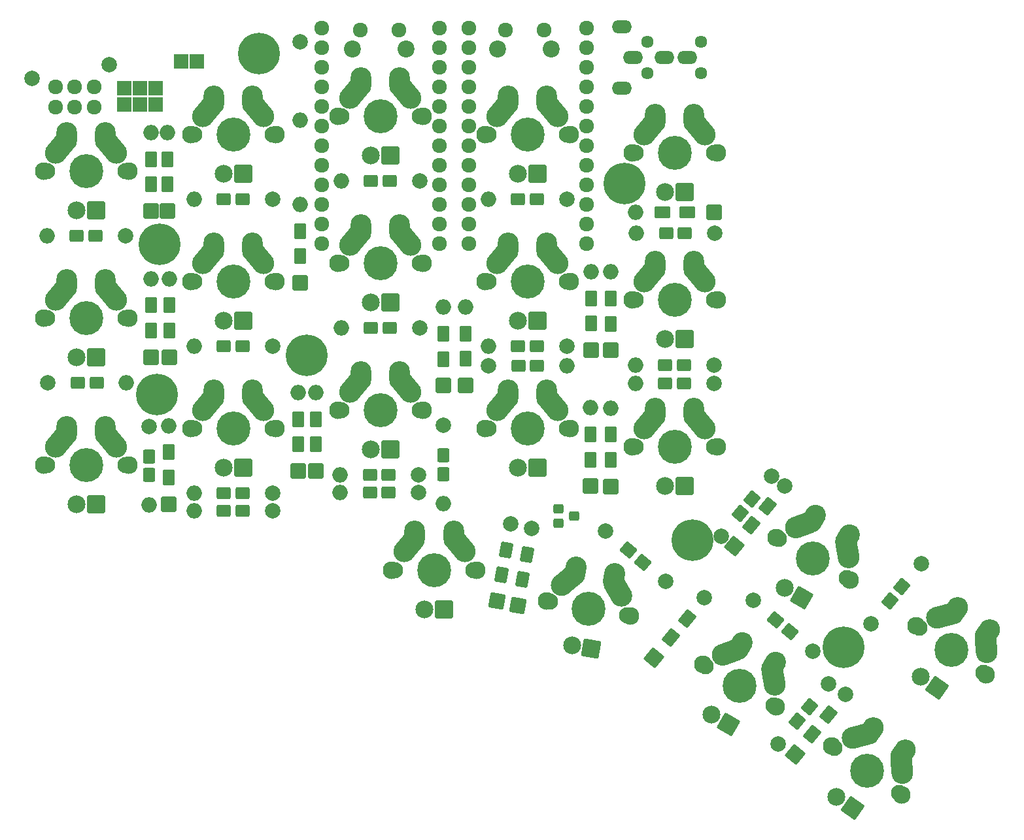
<source format=gts>
G04 #@! TF.GenerationSoftware,KiCad,Pcbnew,(6.0.7)*
G04 #@! TF.CreationDate,2023-08-06T12:32:10+01:00*
G04 #@! TF.ProjectId,ergodash,6572676f-6461-4736-982e-6b696361645f,0.1*
G04 #@! TF.SameCoordinates,Original*
G04 #@! TF.FileFunction,Soldermask,Top*
G04 #@! TF.FilePolarity,Negative*
%FSLAX46Y46*%
G04 Gerber Fmt 4.6, Leading zero omitted, Abs format (unit mm)*
G04 Created by KiCad (PCBNEW (6.0.7)) date 2023-08-06 12:32:10*
%MOMM*%
%LPD*%
G01*
G04 APERTURE LIST*
G04 Aperture macros list*
%AMRoundRect*
0 Rectangle with rounded corners*
0 $1 Rounding radius*
0 $2 $3 $4 $5 $6 $7 $8 $9 X,Y pos of 4 corners*
0 Add a 4 corners polygon primitive as box body*
4,1,4,$2,$3,$4,$5,$6,$7,$8,$9,$2,$3,0*
0 Add four circle primitives for the rounded corners*
1,1,$1+$1,$2,$3*
1,1,$1+$1,$4,$5*
1,1,$1+$1,$6,$7*
1,1,$1+$1,$8,$9*
0 Add four rect primitives between the rounded corners*
20,1,$1+$1,$2,$3,$4,$5,0*
20,1,$1+$1,$4,$5,$6,$7,0*
20,1,$1+$1,$6,$7,$8,$9,0*
20,1,$1+$1,$8,$9,$2,$3,0*%
%AMHorizOval*
0 Thick line with rounded ends*
0 $1 width*
0 $2 $3 position (X,Y) of the first rounded end (center of the circle)*
0 $4 $5 position (X,Y) of the second rounded end (center of the circle)*
0 Add line between two ends*
20,1,$1,$2,$3,$4,$5,0*
0 Add two circle primitives to create the rounded ends*
1,1,$1,$2,$3*
1,1,$1,$4,$5*%
G04 Aperture macros list end*
%ADD10C,2.000000*%
%ADD11HorizOval,2.000000X0.000000X0.000000X0.000000X0.000000X0*%
%ADD12O,2.000000X2.000000*%
%ADD13C,1.924000*%
%ADD14C,2.200000*%
%ADD15C,5.400000*%
%ADD16RoundRect,0.200000X-0.762000X-0.762000X0.762000X-0.762000X0.762000X0.762000X-0.762000X0.762000X0*%
%ADD17RoundRect,0.200000X0.700000X0.600000X-0.700000X0.600000X-0.700000X-0.600000X0.700000X-0.600000X0*%
%ADD18RoundRect,0.200000X-0.700000X-0.600000X0.700000X-0.600000X0.700000X0.600000X-0.700000X0.600000X0*%
%ADD19RoundRect,0.200000X-0.600000X0.700000X-0.600000X-0.700000X0.600000X-0.700000X0.600000X0.700000X0*%
%ADD20RoundRect,0.200000X0.921904X0.009675X-0.150559X0.909578X-0.921904X-0.009675X0.150559X-0.909578X0*%
%ADD21HorizOval,2.000000X0.000000X0.000000X0.000000X0.000000X0*%
%ADD22RoundRect,0.200000X-0.952500X-0.952500X0.952500X-0.952500X0.952500X0.952500X-0.952500X0.952500X0*%
%ADD23C,2.305000*%
%ADD24RoundRect,0.200000X-1.103429X-0.772629X0.772629X-1.103429X1.103429X0.772629X-0.772629X1.103429X0*%
%ADD25RoundRect,0.200000X0.098605X-1.127066X1.127066X0.098605X-0.098605X1.127066X-1.127066X-0.098605X0*%
%ADD26RoundRect,0.200000X-0.054603X-0.998508X0.973857X0.227163X0.054603X0.998508X-0.973857X-0.227163X0*%
%ADD27HorizOval,2.000000X0.000000X0.000000X0.000000X0.000000X0*%
%ADD28RoundRect,0.200000X-0.450000X-0.400000X0.450000X-0.400000X0.450000X0.400000X-0.450000X0.400000X0*%
%ADD29C,2.300000*%
%ADD30C,2.100000*%
%ADD31C,4.400000*%
%ADD32HorizOval,2.800000X0.578509X0.689440X-0.578509X-0.689440X0*%
%ADD33O,2.700000X3.737000*%
%ADD34HorizOval,2.800000X0.578509X-0.689440X-0.578509X0.689440X0*%
%ADD35HorizOval,2.800000X0.845723X0.307818X-0.845723X-0.307818X0*%
%ADD36HorizOval,2.700000X-0.259250X-0.449034X0.259250X0.449034X0*%
%ADD37HorizOval,2.800000X0.156283X-0.886327X-0.156283X0.886327X0*%
%ADD38HorizOval,2.800000X0.689440X0.578509X-0.689440X-0.578509X0*%
%ADD39HorizOval,2.700000X-0.090037X-0.510623X0.090037X0.510623X0*%
%ADD40HorizOval,2.800000X0.450000X-0.779423X-0.450000X0.779423X0*%
%ADD41HorizOval,2.700000X-0.297399X-0.424730X0.297399X0.424730X0*%
%ADD42HorizOval,2.800000X0.869333X0.232937X-0.869333X-0.232937X0*%
%ADD43HorizOval,2.800000X0.078440X-0.896575X-0.078440X0.896575X0*%
%ADD44RoundRect,0.200000X-1.301139X-0.348639X0.348639X-1.301139X1.301139X0.348639X-0.348639X1.301139X0*%
%ADD45RoundRect,0.200000X-1.326574X-0.233911X0.233911X-1.326574X1.326574X0.233911X-0.233911X1.326574X0*%
%ADD46RoundRect,0.200000X-0.009675X0.921904X-0.909578X-0.150559X0.009675X-0.921904X0.909578X0.150559X0*%
%ADD47HorizOval,2.000000X0.000000X0.000000X0.000000X0.000000X0*%
%ADD48RoundRect,0.200000X0.009675X-0.921904X0.909578X0.150559X-0.009675X0.921904X-0.909578X-0.150559X0*%
%ADD49RoundRect,0.200000X0.800000X-0.800000X0.800000X0.800000X-0.800000X0.800000X-0.800000X-0.800000X0*%
%ADD50RoundRect,0.200000X0.600000X-0.800000X0.600000X0.800000X-0.600000X0.800000X-0.600000X-0.800000X0*%
%ADD51RoundRect,0.200000X0.800000X0.600000X-0.800000X0.600000X-0.800000X-0.600000X0.800000X-0.600000X0*%
%ADD52RoundRect,0.200000X0.800000X0.800000X-0.800000X0.800000X-0.800000X-0.800000X0.800000X-0.800000X0*%
%ADD53RoundRect,0.200000X0.648928X-0.926765X0.926765X0.648928X-0.648928X0.926765X-0.926765X-0.648928X0*%
%ADD54RoundRect,0.200000X0.451966X-0.892035X0.729803X0.683657X-0.451966X0.892035X-0.729803X-0.683657X0*%
%ADD55HorizOval,2.000000X0.000000X0.000000X0.000000X0.000000X0*%
%ADD56C,1.610000*%
%ADD57O,2.600000X1.700000*%
%ADD58HorizOval,2.800000X-0.578509X0.689440X0.578509X-0.689440X0*%
%ADD59HorizOval,2.800000X-0.578509X-0.689440X0.578509X0.689440X0*%
G04 APERTURE END LIST*
D10*
X99060000Y-64992002D03*
D11*
X109065647Y-63227737D03*
D10*
X133731000Y-60198000D03*
D12*
X133731000Y-70358000D03*
D13*
X160314000Y-58674000D03*
X165314000Y-58674000D03*
D14*
X159314000Y-61174000D03*
X166314000Y-61174000D03*
D15*
X134620000Y-100838000D03*
X184567441Y-124867673D03*
X115598340Y-86506566D03*
X115207141Y-105976229D03*
D16*
X118380000Y-62738000D03*
X120380000Y-62738000D03*
D13*
X102070829Y-68676946D03*
X104570829Y-68676946D03*
X107070829Y-68676946D03*
D17*
X107225000Y-85344000D03*
D10*
X111125000Y-85344000D03*
D17*
X104825000Y-85344000D03*
D12*
X100965000Y-85344000D03*
D17*
X126275000Y-80645000D03*
D10*
X130175000Y-80645000D03*
D12*
X120015000Y-80645000D03*
D17*
X123875000Y-80645000D03*
X145325000Y-78232000D03*
D10*
X149225000Y-78232000D03*
D12*
X139065000Y-78232000D03*
D17*
X142925000Y-78232000D03*
X164375000Y-80645000D03*
D10*
X168275000Y-80645000D03*
D17*
X161975000Y-80645000D03*
D12*
X158115000Y-80645000D03*
D17*
X183558217Y-85027192D03*
D10*
X187458217Y-85027192D03*
D17*
X181158217Y-85027192D03*
D12*
X177298217Y-85027192D03*
D10*
X101092000Y-104394000D03*
D18*
X104992000Y-104394000D03*
D12*
X111252000Y-104394000D03*
D18*
X107392000Y-104394000D03*
D10*
X130175000Y-99695000D03*
D17*
X126275000Y-99695000D03*
D12*
X120015000Y-99695000D03*
D17*
X123875000Y-99695000D03*
D10*
X149225000Y-97282000D03*
D17*
X145325000Y-97282000D03*
X142925000Y-97282000D03*
D12*
X139065000Y-97282000D03*
D17*
X164375000Y-99695000D03*
D10*
X168275000Y-99695000D03*
D17*
X161975000Y-99695000D03*
D12*
X158115000Y-99695000D03*
D17*
X183425000Y-102108000D03*
D10*
X187325000Y-102108000D03*
D12*
X177165000Y-102108000D03*
D17*
X181025000Y-102108000D03*
D19*
X114230584Y-113968374D03*
D10*
X114230584Y-110068374D03*
D12*
X114230584Y-120228374D03*
D19*
X114230584Y-116368374D03*
D10*
X130175000Y-118745000D03*
D17*
X126275000Y-118745000D03*
X123875000Y-118745000D03*
D12*
X120015000Y-118745000D03*
D17*
X183425000Y-104521000D03*
D10*
X187325000Y-104521000D03*
D17*
X181025000Y-104521000D03*
D12*
X177165000Y-104521000D03*
D20*
X178140000Y-127680000D03*
D10*
X181127573Y-130186872D03*
D21*
X173344561Y-123656150D03*
D20*
X176301493Y-126137310D03*
D17*
X126275000Y-121031000D03*
D10*
X130175000Y-121031000D03*
D12*
X120015000Y-121031000D03*
D17*
X123875000Y-121031000D03*
X145198000Y-118618000D03*
D10*
X149098000Y-118618000D03*
D12*
X138938000Y-118618000D03*
D17*
X142798000Y-118618000D03*
D15*
X128397000Y-61722000D03*
D22*
X107315000Y-82105500D03*
D23*
X104775000Y-82105500D03*
D22*
X126365000Y-77343000D03*
D23*
X123825000Y-77343000D03*
D22*
X145415000Y-74961750D03*
D23*
X142875000Y-74961750D03*
D22*
X164465000Y-77343000D03*
D23*
X161925000Y-77343000D03*
D22*
X183515000Y-79724250D03*
D23*
X180975000Y-79724250D03*
D22*
X107315000Y-101155500D03*
D23*
X104775000Y-101155500D03*
D22*
X126365000Y-96393000D03*
D23*
X123825000Y-96393000D03*
D22*
X145415000Y-94011750D03*
D23*
X142875000Y-94011750D03*
D22*
X164465000Y-96393000D03*
D23*
X161925000Y-96393000D03*
D22*
X183515000Y-98774250D03*
D23*
X180975000Y-98774250D03*
D22*
X107315000Y-120205500D03*
D23*
X104775000Y-120205500D03*
D22*
X126365000Y-115443000D03*
D23*
X123825000Y-115443000D03*
D22*
X145415000Y-113061750D03*
D23*
X142875000Y-113061750D03*
D22*
X164465000Y-115443000D03*
D23*
X161925000Y-115443000D03*
D22*
X183515000Y-117824250D03*
D23*
X180975000Y-117824250D03*
D24*
X171470180Y-138903357D03*
D23*
X168968768Y-138462290D03*
D13*
X136525000Y-58420000D03*
X136525000Y-60960000D03*
X136525000Y-63500000D03*
X136525000Y-66040000D03*
X136525000Y-68580000D03*
X136525000Y-71120000D03*
X136525000Y-73660000D03*
X136525000Y-76200000D03*
X136525000Y-78740000D03*
X136525000Y-81280000D03*
X136525000Y-83820000D03*
X136525000Y-86360000D03*
X151765000Y-86360000D03*
X151765000Y-83820000D03*
X151765000Y-81280000D03*
X151765000Y-78740000D03*
X151765000Y-76200000D03*
X151765000Y-73660000D03*
X151765000Y-71120000D03*
X151765000Y-68580000D03*
X151765000Y-66040000D03*
X151765000Y-63500000D03*
X151765000Y-60960000D03*
X151765000Y-58420000D03*
D22*
X152410000Y-133760000D03*
D23*
X149870000Y-133760000D03*
D25*
X197861783Y-152586827D03*
D26*
X200079400Y-149943974D03*
D27*
X204392505Y-144803815D03*
D26*
X202174888Y-147446669D03*
D28*
X167222000Y-120730000D03*
X167222000Y-122630000D03*
X169222000Y-121680000D03*
D29*
X100545000Y-77025500D03*
D30*
X100965000Y-77025500D03*
D31*
X106045000Y-77025500D03*
D30*
X111125000Y-77025500D03*
D29*
X111545000Y-77025500D03*
D32*
X102684951Y-73949269D03*
D33*
X103525000Y-72525500D03*
X108565000Y-72525500D03*
D34*
X109405049Y-73949269D03*
D29*
X100545000Y-96075500D03*
D30*
X111125000Y-96075500D03*
D29*
X111545000Y-96075500D03*
D30*
X100965000Y-96075500D03*
D31*
X106045000Y-96075500D03*
D33*
X103525000Y-91575500D03*
D32*
X102684951Y-92999269D03*
D33*
X108565000Y-91575500D03*
D34*
X109405049Y-92999269D03*
D30*
X100965000Y-115125500D03*
D29*
X100545000Y-115125500D03*
X111545000Y-115125500D03*
D30*
X111125000Y-115125500D03*
D31*
X106045000Y-115125500D03*
D33*
X103525000Y-110625500D03*
D32*
X102684951Y-112049269D03*
D33*
X108565000Y-110625500D03*
D34*
X109405049Y-112049269D03*
D29*
X130595000Y-91313000D03*
D31*
X125095000Y-91313000D03*
D30*
X120015000Y-91313000D03*
D29*
X119595000Y-91313000D03*
D30*
X130175000Y-91313000D03*
D33*
X122575000Y-86813000D03*
D32*
X121734951Y-88236769D03*
D33*
X127615000Y-86813000D03*
D34*
X128455049Y-88236769D03*
D31*
X125095000Y-110363000D03*
D30*
X130175000Y-110363000D03*
X120015000Y-110363000D03*
D29*
X119595000Y-110363000D03*
X130595000Y-110363000D03*
D33*
X122575000Y-105863000D03*
D32*
X121734951Y-107286769D03*
D34*
X128455049Y-107286769D03*
D33*
X127615000Y-105863000D03*
D29*
X149645000Y-69881750D03*
D30*
X139065000Y-69881750D03*
D29*
X138645000Y-69881750D03*
D30*
X149225000Y-69881750D03*
D31*
X144145000Y-69881750D03*
D33*
X141625000Y-65381750D03*
D32*
X140784951Y-66805519D03*
D33*
X146665000Y-65381750D03*
D34*
X147505049Y-66805519D03*
D30*
X149225000Y-88931750D03*
X139065000Y-88931750D03*
D29*
X138645000Y-88931750D03*
X149645000Y-88931750D03*
D31*
X144145000Y-88931750D03*
D33*
X141625000Y-84431750D03*
D32*
X140784951Y-85855519D03*
D34*
X147505049Y-85855519D03*
D33*
X146665000Y-84431750D03*
D29*
X149645000Y-107981750D03*
D31*
X144145000Y-107981750D03*
D30*
X149225000Y-107981750D03*
X139065000Y-107981750D03*
D29*
X138645000Y-107981750D03*
D32*
X140784951Y-104905519D03*
D33*
X141625000Y-103481750D03*
D34*
X147505049Y-104905519D03*
D33*
X146665000Y-103481750D03*
D30*
X168275000Y-72263000D03*
D29*
X168695000Y-72263000D03*
D30*
X158115000Y-72263000D03*
D31*
X163195000Y-72263000D03*
D29*
X157695000Y-72263000D03*
D32*
X159834951Y-69186769D03*
D33*
X160675000Y-67763000D03*
X165715000Y-67763000D03*
D34*
X166555049Y-69186769D03*
D29*
X168695000Y-91313000D03*
X157695000Y-91313000D03*
D30*
X158115000Y-91313000D03*
X168275000Y-91313000D03*
D31*
X163195000Y-91313000D03*
D33*
X160675000Y-86813000D03*
D32*
X159834951Y-88236769D03*
D33*
X165715000Y-86813000D03*
D34*
X166555049Y-88236769D03*
D31*
X163195000Y-110363000D03*
D30*
X158115000Y-110363000D03*
X168275000Y-110363000D03*
D29*
X168695000Y-110363000D03*
X157695000Y-110363000D03*
D33*
X160675000Y-105863000D03*
D32*
X159834951Y-107286769D03*
D34*
X166555049Y-107286769D03*
D33*
X165715000Y-105863000D03*
D30*
X204573818Y-129742300D03*
X195775000Y-124662300D03*
D29*
X204937549Y-129952300D03*
D31*
X200174409Y-127202300D03*
D29*
X195411269Y-124452300D03*
D35*
X198802637Y-122858181D03*
D36*
X200242025Y-122045186D03*
D37*
X204622412Y-126218230D03*
D36*
X204606793Y-124565186D03*
D30*
X176104430Y-134562133D03*
X166098784Y-132797867D03*
D31*
X171101607Y-133680000D03*
D29*
X165685164Y-132724935D03*
X176518050Y-134635065D03*
D38*
X168326787Y-130067038D03*
D39*
X169401308Y-128810772D03*
D40*
X174944791Y-131233969D03*
D39*
X174364739Y-129685959D03*
D30*
X195048818Y-146240300D03*
D29*
X195412549Y-146450300D03*
X185886269Y-140950300D03*
D30*
X186250000Y-141160300D03*
D31*
X190649409Y-143700300D03*
D36*
X190717025Y-138543186D03*
D35*
X189277637Y-139356181D03*
D36*
X195081793Y-141063186D03*
D37*
X195097412Y-142716230D03*
D31*
X151140000Y-128680000D03*
D30*
X156220000Y-128680000D03*
D29*
X145640000Y-128680000D03*
X156640000Y-128680000D03*
D30*
X146060000Y-128680000D03*
D32*
X147779951Y-125603769D03*
D33*
X148620000Y-124180000D03*
X153660000Y-124180000D03*
D34*
X154500049Y-125603769D03*
D29*
X213561314Y-135920268D03*
D30*
X222227942Y-141988706D03*
D29*
X222571986Y-142229608D03*
D30*
X213905358Y-136161170D03*
D31*
X218066650Y-139074938D03*
D41*
X218583481Y-133943341D03*
D42*
X217078713Y-134627793D03*
D43*
X222583495Y-138482281D03*
D41*
X222712007Y-136834166D03*
D30*
X202978708Y-151766232D03*
D29*
X202634664Y-151525330D03*
X211645336Y-157834670D03*
D31*
X207140000Y-154680000D03*
D30*
X211301292Y-157593768D03*
D42*
X206152063Y-150232855D03*
D41*
X207656831Y-149548403D03*
D43*
X211656845Y-154087343D03*
D41*
X211785357Y-152439228D03*
D44*
X198734261Y-132236709D03*
D23*
X196534557Y-130966709D03*
D45*
X216193205Y-143964672D03*
D23*
X214112559Y-142507788D03*
D44*
X189209261Y-148734709D03*
D23*
X187009557Y-147464709D03*
D45*
X205266555Y-159569734D03*
D23*
X203185909Y-158112850D03*
D10*
X194785041Y-116504139D03*
D46*
X192278169Y-119491712D03*
D47*
X188254319Y-124287151D03*
D46*
X190735479Y-121330219D03*
D10*
X214189562Y-127853920D03*
D46*
X211682690Y-130841493D03*
D47*
X207658840Y-135636932D03*
D46*
X210140000Y-132680000D03*
D20*
X197196028Y-136680000D03*
D10*
X200183601Y-139186872D03*
D20*
X195357521Y-135137310D03*
D21*
X192400589Y-132656150D03*
D48*
X198134458Y-148275297D03*
D10*
X195627586Y-151262870D03*
D48*
X199677148Y-146436790D03*
D27*
X202158308Y-143479858D03*
D49*
X114427000Y-82169000D03*
D50*
X114427000Y-78719000D03*
D12*
X114427000Y-72009000D03*
D50*
X114427000Y-75459000D03*
X114427000Y-97642000D03*
D49*
X114427000Y-101092000D03*
D50*
X114427000Y-94382000D03*
D12*
X114427000Y-90932000D03*
D49*
X116713000Y-120142000D03*
D50*
X116713000Y-116692000D03*
X116713000Y-113432000D03*
D12*
X116713000Y-109982000D03*
D49*
X116586000Y-82169000D03*
D50*
X116586000Y-78719000D03*
X116586000Y-75459000D03*
D12*
X116586000Y-72009000D03*
D49*
X155194000Y-104754000D03*
D50*
X155194000Y-101304000D03*
D12*
X155194000Y-94594000D03*
D50*
X155194000Y-98044000D03*
X171450000Y-96732000D03*
D49*
X171450000Y-100182000D03*
D12*
X171450000Y-90022000D03*
D50*
X171450000Y-93472000D03*
X171323000Y-114385000D03*
D49*
X171323000Y-117835000D03*
D12*
X171323000Y-107675000D03*
D50*
X171323000Y-111125000D03*
D51*
X183928155Y-82343258D03*
D52*
X187378155Y-82343258D03*
D51*
X180668155Y-82343258D03*
D12*
X177218155Y-82343258D03*
D50*
X173990000Y-114406000D03*
D49*
X173990000Y-117856000D03*
D50*
X173990000Y-111146000D03*
D12*
X173990000Y-107696000D03*
D26*
X192187903Y-122909011D03*
D25*
X189970286Y-125551864D03*
D27*
X196501008Y-117768852D03*
D26*
X194283391Y-120411706D03*
D53*
X159254395Y-132702520D03*
D54*
X159853481Y-129304933D03*
D55*
X161018660Y-122696873D03*
D54*
X160419574Y-126094460D03*
D53*
X161974821Y-133288060D03*
D54*
X162573907Y-129890473D03*
D55*
X163739086Y-123282413D03*
D54*
X163140000Y-126680000D03*
D26*
X181807617Y-137453877D03*
D25*
X179590000Y-140096730D03*
D27*
X186120722Y-132313718D03*
D26*
X183903105Y-134956572D03*
D10*
X158115000Y-102235000D03*
D18*
X162015000Y-102235000D03*
X164415000Y-102235000D03*
D12*
X168275000Y-102235000D03*
D19*
X152273000Y-113861000D03*
D10*
X152273000Y-109961000D03*
D19*
X152273000Y-116261000D03*
D12*
X152273000Y-120121000D03*
D16*
X111030000Y-66209000D03*
X113030000Y-66209000D03*
X115030000Y-66209000D03*
X111030000Y-68368000D03*
X113030000Y-68368000D03*
X115030000Y-68368000D03*
D49*
X152273000Y-104796000D03*
D50*
X152273000Y-101346000D03*
X152273000Y-98086000D03*
D12*
X152273000Y-94636000D03*
D50*
X135763000Y-112395000D03*
D49*
X135763000Y-115845000D03*
D50*
X135763000Y-109135000D03*
D12*
X135763000Y-105685000D03*
D49*
X173990000Y-100224000D03*
D50*
X173990000Y-96774000D03*
X173990000Y-93514000D03*
D12*
X173990000Y-90064000D03*
D56*
X185682981Y-60266219D03*
X178682981Y-60266219D03*
X185682981Y-64266219D03*
X178682981Y-64266219D03*
D57*
X176882981Y-62266219D03*
X183882981Y-62266219D03*
X180882981Y-62266219D03*
X175382981Y-58266219D03*
X175382981Y-66266219D03*
D50*
X133477000Y-112395000D03*
D49*
X133477000Y-115845000D03*
D50*
X133477000Y-109135000D03*
D12*
X133477000Y-105685000D03*
D50*
X133731000Y-88011000D03*
D49*
X133731000Y-91461000D03*
D50*
X133731000Y-84751000D03*
D12*
X133731000Y-81301000D03*
D49*
X116840000Y-101092000D03*
D50*
X116840000Y-97642000D03*
X116840000Y-94382000D03*
D12*
X116840000Y-90932000D03*
D17*
X145198000Y-116332000D03*
D10*
X149098000Y-116332000D03*
D12*
X138938000Y-116332000D03*
D17*
X142798000Y-116332000D03*
D13*
X107076249Y-66040000D03*
X102076249Y-66040000D03*
D15*
X175778893Y-78619815D03*
X204140000Y-138680000D03*
D13*
X104570829Y-66040000D03*
X146518000Y-58674000D03*
X141518000Y-58674000D03*
D14*
X140518000Y-61174000D03*
X147518000Y-61174000D03*
D13*
X170815000Y-58420000D03*
X170815000Y-60960000D03*
X170815000Y-63500000D03*
X170815000Y-66040000D03*
X170815000Y-68580000D03*
X170815000Y-71120000D03*
X170815000Y-73660000D03*
X170815000Y-76200000D03*
X170815000Y-78740000D03*
X170815000Y-81280000D03*
X170815000Y-83820000D03*
X170815000Y-86360000D03*
X155575000Y-86360000D03*
X155575000Y-83820000D03*
X155575000Y-81280000D03*
X155575000Y-78740000D03*
X155575000Y-76200000D03*
X155575000Y-73660000D03*
X155575000Y-71120000D03*
X155575000Y-68580000D03*
X155575000Y-66040000D03*
X155575000Y-63500000D03*
X155575000Y-60960000D03*
X155575000Y-58420000D03*
D29*
X119595000Y-72263000D03*
D30*
X130175000Y-72263000D03*
D31*
X125095000Y-72263000D03*
D30*
X120015000Y-72263000D03*
D29*
X130595000Y-72263000D03*
D33*
X127615000Y-67763000D03*
D58*
X128455049Y-69186769D03*
D33*
X122575000Y-67763000D03*
D59*
X121734951Y-69186769D03*
D30*
X187325000Y-74644250D03*
X177165000Y-74644250D03*
D29*
X176745000Y-74644250D03*
D31*
X182245000Y-74644250D03*
D29*
X187745000Y-74644250D03*
D58*
X185605049Y-71568019D03*
D33*
X184765000Y-70144250D03*
D59*
X178884951Y-71568019D03*
D33*
X179725000Y-70144250D03*
D30*
X177165000Y-93694250D03*
D29*
X176745000Y-93694250D03*
D31*
X182245000Y-93694250D03*
D29*
X187745000Y-93694250D03*
D30*
X187325000Y-93694250D03*
D58*
X185605049Y-90618019D03*
D33*
X184765000Y-89194250D03*
D59*
X178884951Y-90618019D03*
D33*
X179725000Y-89194250D03*
D29*
X187745000Y-112744250D03*
D30*
X177165000Y-112744250D03*
D29*
X176745000Y-112744250D03*
D30*
X187325000Y-112744250D03*
D31*
X182245000Y-112744250D03*
D58*
X185605049Y-109668019D03*
D33*
X184765000Y-108244250D03*
D59*
X178884951Y-109668019D03*
D33*
X179725000Y-108244250D03*
M02*

</source>
